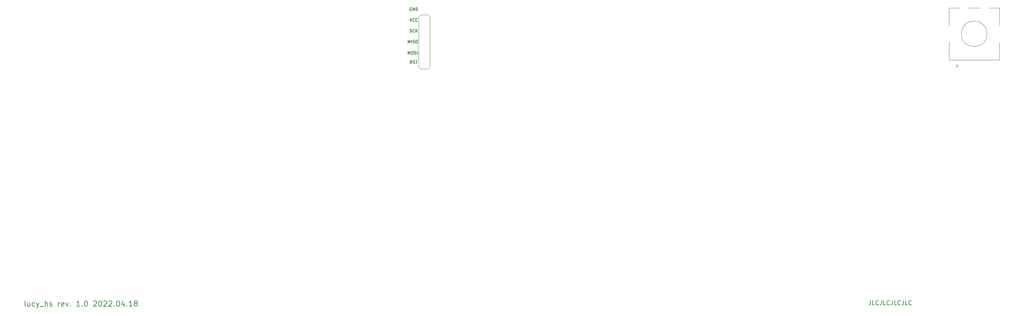
<source format=gto>
G04 #@! TF.GenerationSoftware,KiCad,Pcbnew,(6.0.1-0)*
G04 #@! TF.CreationDate,2022-04-18T13:14:10-05:00*
G04 #@! TF.ProjectId,pcb,7063622e-6b69-4636-9164-5f7063625858,rev?*
G04 #@! TF.SameCoordinates,Original*
G04 #@! TF.FileFunction,Legend,Top*
G04 #@! TF.FilePolarity,Positive*
%FSLAX46Y46*%
G04 Gerber Fmt 4.6, Leading zero omitted, Abs format (unit mm)*
G04 Created by KiCad (PCBNEW (6.0.1-0)) date 2022-04-18 13:14:10*
%MOMM*%
%LPD*%
G01*
G04 APERTURE LIST*
%ADD10C,0.150000*%
%ADD11C,0.200000*%
%ADD12C,0.120000*%
%ADD13C,3.000000*%
%ADD14C,1.750000*%
%ADD15C,3.987800*%
%ADD16R,2.000000X2.000000*%
%ADD17C,2.000000*%
%ADD18R,2.000000X3.200000*%
%ADD19C,3.800000*%
%ADD20O,1.700000X1.700000*%
%ADD21R,1.700000X1.700000*%
%ADD22C,0.650000*%
%ADD23O,1.300000X2.400000*%
%ADD24O,1.300000X1.900000*%
%ADD25C,1.700000*%
G04 APERTURE END LIST*
D10*
X296013577Y-115736694D02*
X296013577Y-116450980D01*
X295965958Y-116593837D01*
X295870720Y-116689075D01*
X295727863Y-116736694D01*
X295632625Y-116736694D01*
X296965958Y-116736694D02*
X296489767Y-116736694D01*
X296489767Y-115736694D01*
X297870720Y-116641456D02*
X297823101Y-116689075D01*
X297680244Y-116736694D01*
X297585005Y-116736694D01*
X297442148Y-116689075D01*
X297346910Y-116593837D01*
X297299291Y-116498599D01*
X297251672Y-116308123D01*
X297251672Y-116165266D01*
X297299291Y-115974790D01*
X297346910Y-115879552D01*
X297442148Y-115784314D01*
X297585005Y-115736694D01*
X297680244Y-115736694D01*
X297823101Y-115784314D01*
X297870720Y-115831933D01*
X298585005Y-115736694D02*
X298585005Y-116450980D01*
X298537386Y-116593837D01*
X298442148Y-116689075D01*
X298299291Y-116736694D01*
X298204053Y-116736694D01*
X299537386Y-116736694D02*
X299061196Y-116736694D01*
X299061196Y-115736694D01*
X300442148Y-116641456D02*
X300394529Y-116689075D01*
X300251672Y-116736694D01*
X300156434Y-116736694D01*
X300013577Y-116689075D01*
X299918339Y-116593837D01*
X299870720Y-116498599D01*
X299823101Y-116308123D01*
X299823101Y-116165266D01*
X299870720Y-115974790D01*
X299918339Y-115879552D01*
X300013577Y-115784314D01*
X300156434Y-115736694D01*
X300251672Y-115736694D01*
X300394529Y-115784314D01*
X300442148Y-115831933D01*
X301156434Y-115736694D02*
X301156434Y-116450980D01*
X301108815Y-116593837D01*
X301013577Y-116689075D01*
X300870720Y-116736694D01*
X300775482Y-116736694D01*
X302108815Y-116736694D02*
X301632625Y-116736694D01*
X301632625Y-115736694D01*
X303013577Y-116641456D02*
X302965958Y-116689075D01*
X302823101Y-116736694D01*
X302727863Y-116736694D01*
X302585005Y-116689075D01*
X302489767Y-116593837D01*
X302442148Y-116498599D01*
X302394529Y-116308123D01*
X302394529Y-116165266D01*
X302442148Y-115974790D01*
X302489767Y-115879552D01*
X302585005Y-115784314D01*
X302727863Y-115736694D01*
X302823101Y-115736694D01*
X302965958Y-115784314D01*
X303013577Y-115831933D01*
X303727863Y-115736694D02*
X303727863Y-116450980D01*
X303680244Y-116593837D01*
X303585005Y-116689075D01*
X303442148Y-116736694D01*
X303346910Y-116736694D01*
X304680244Y-116736694D02*
X304204053Y-116736694D01*
X304204053Y-115736694D01*
X305585005Y-116641456D02*
X305537386Y-116689075D01*
X305394529Y-116736694D01*
X305299291Y-116736694D01*
X305156434Y-116689075D01*
X305061196Y-116593837D01*
X305013577Y-116498599D01*
X304965958Y-116308123D01*
X304965958Y-116165266D01*
X305013577Y-115974790D01*
X305061196Y-115879552D01*
X305156434Y-115784314D01*
X305299291Y-115736694D01*
X305394529Y-115736694D01*
X305537386Y-115784314D01*
X305585005Y-115831933D01*
D11*
X98436451Y-117065476D02*
X98317403Y-117005952D01*
X98257880Y-116886904D01*
X98257880Y-115815476D01*
X99448356Y-116232142D02*
X99448356Y-117065476D01*
X98912641Y-116232142D02*
X98912641Y-116886904D01*
X98972165Y-117005952D01*
X99091213Y-117065476D01*
X99269784Y-117065476D01*
X99388832Y-117005952D01*
X99448356Y-116946428D01*
X100579308Y-117005952D02*
X100460260Y-117065476D01*
X100222165Y-117065476D01*
X100103118Y-117005952D01*
X100043594Y-116946428D01*
X99984070Y-116827380D01*
X99984070Y-116470238D01*
X100043594Y-116351190D01*
X100103118Y-116291666D01*
X100222165Y-116232142D01*
X100460260Y-116232142D01*
X100579308Y-116291666D01*
X100995975Y-116232142D02*
X101293594Y-117065476D01*
X101591213Y-116232142D02*
X101293594Y-117065476D01*
X101174546Y-117363095D01*
X101115022Y-117422619D01*
X100995975Y-117482142D01*
X101769784Y-117184523D02*
X102722165Y-117184523D01*
X103019784Y-117065476D02*
X103019784Y-115815476D01*
X103555499Y-117065476D02*
X103555499Y-116410714D01*
X103495975Y-116291666D01*
X103376927Y-116232142D01*
X103198356Y-116232142D01*
X103079308Y-116291666D01*
X103019784Y-116351190D01*
X104091213Y-117005952D02*
X104210260Y-117065476D01*
X104448356Y-117065476D01*
X104567403Y-117005952D01*
X104626927Y-116886904D01*
X104626927Y-116827380D01*
X104567403Y-116708333D01*
X104448356Y-116648809D01*
X104269784Y-116648809D01*
X104150737Y-116589285D01*
X104091213Y-116470238D01*
X104091213Y-116410714D01*
X104150737Y-116291666D01*
X104269784Y-116232142D01*
X104448356Y-116232142D01*
X104567403Y-116291666D01*
X106115022Y-117065476D02*
X106115022Y-116232142D01*
X106115022Y-116470238D02*
X106174546Y-116351190D01*
X106234070Y-116291666D01*
X106353118Y-116232142D01*
X106472165Y-116232142D01*
X107365022Y-117005952D02*
X107245975Y-117065476D01*
X107007880Y-117065476D01*
X106888832Y-117005952D01*
X106829308Y-116886904D01*
X106829308Y-116410714D01*
X106888832Y-116291666D01*
X107007880Y-116232142D01*
X107245975Y-116232142D01*
X107365022Y-116291666D01*
X107424546Y-116410714D01*
X107424546Y-116529761D01*
X106829308Y-116648809D01*
X107841213Y-116232142D02*
X108138832Y-117065476D01*
X108436451Y-116232142D01*
X108912641Y-116946428D02*
X108972165Y-117005952D01*
X108912641Y-117065476D01*
X108853118Y-117005952D01*
X108912641Y-116946428D01*
X108912641Y-117065476D01*
X111115022Y-117065476D02*
X110400737Y-117065476D01*
X110757880Y-117065476D02*
X110757880Y-115815476D01*
X110638832Y-115994047D01*
X110519784Y-116113095D01*
X110400737Y-116172619D01*
X111650737Y-116946428D02*
X111710260Y-117005952D01*
X111650737Y-117065476D01*
X111591213Y-117005952D01*
X111650737Y-116946428D01*
X111650737Y-117065476D01*
X112484070Y-115815476D02*
X112603118Y-115815476D01*
X112722165Y-115875000D01*
X112781689Y-115934523D01*
X112841213Y-116053571D01*
X112900737Y-116291666D01*
X112900737Y-116589285D01*
X112841213Y-116827380D01*
X112781689Y-116946428D01*
X112722165Y-117005952D01*
X112603118Y-117065476D01*
X112484070Y-117065476D01*
X112365022Y-117005952D01*
X112305499Y-116946428D01*
X112245975Y-116827380D01*
X112186451Y-116589285D01*
X112186451Y-116291666D01*
X112245975Y-116053571D01*
X112305499Y-115934523D01*
X112365022Y-115875000D01*
X112484070Y-115815476D01*
X114329308Y-115934523D02*
X114388832Y-115875000D01*
X114507880Y-115815476D01*
X114805499Y-115815476D01*
X114924546Y-115875000D01*
X114984070Y-115934523D01*
X115043594Y-116053571D01*
X115043594Y-116172619D01*
X114984070Y-116351190D01*
X114269784Y-117065476D01*
X115043594Y-117065476D01*
X115817403Y-115815476D02*
X115936451Y-115815476D01*
X116055499Y-115875000D01*
X116115022Y-115934523D01*
X116174546Y-116053571D01*
X116234070Y-116291666D01*
X116234070Y-116589285D01*
X116174546Y-116827380D01*
X116115022Y-116946428D01*
X116055499Y-117005952D01*
X115936451Y-117065476D01*
X115817403Y-117065476D01*
X115698356Y-117005952D01*
X115638832Y-116946428D01*
X115579308Y-116827380D01*
X115519784Y-116589285D01*
X115519784Y-116291666D01*
X115579308Y-116053571D01*
X115638832Y-115934523D01*
X115698356Y-115875000D01*
X115817403Y-115815476D01*
X116710260Y-115934523D02*
X116769784Y-115875000D01*
X116888832Y-115815476D01*
X117186451Y-115815476D01*
X117305499Y-115875000D01*
X117365022Y-115934523D01*
X117424546Y-116053571D01*
X117424546Y-116172619D01*
X117365022Y-116351190D01*
X116650737Y-117065476D01*
X117424546Y-117065476D01*
X117900737Y-115934523D02*
X117960260Y-115875000D01*
X118079308Y-115815476D01*
X118376927Y-115815476D01*
X118495975Y-115875000D01*
X118555499Y-115934523D01*
X118615022Y-116053571D01*
X118615022Y-116172619D01*
X118555499Y-116351190D01*
X117841213Y-117065476D01*
X118615022Y-117065476D01*
X119150737Y-116946428D02*
X119210260Y-117005952D01*
X119150737Y-117065476D01*
X119091213Y-117005952D01*
X119150737Y-116946428D01*
X119150737Y-117065476D01*
X119984070Y-115815476D02*
X120103118Y-115815476D01*
X120222165Y-115875000D01*
X120281689Y-115934523D01*
X120341213Y-116053571D01*
X120400737Y-116291666D01*
X120400737Y-116589285D01*
X120341213Y-116827380D01*
X120281689Y-116946428D01*
X120222165Y-117005952D01*
X120103118Y-117065476D01*
X119984070Y-117065476D01*
X119865022Y-117005952D01*
X119805499Y-116946428D01*
X119745975Y-116827380D01*
X119686451Y-116589285D01*
X119686451Y-116291666D01*
X119745975Y-116053571D01*
X119805499Y-115934523D01*
X119865022Y-115875000D01*
X119984070Y-115815476D01*
X121472165Y-116232142D02*
X121472165Y-117065476D01*
X121174546Y-115755952D02*
X120876927Y-116648809D01*
X121650737Y-116648809D01*
X122126927Y-116946428D02*
X122186451Y-117005952D01*
X122126927Y-117065476D01*
X122067403Y-117005952D01*
X122126927Y-116946428D01*
X122126927Y-117065476D01*
X123376927Y-117065476D02*
X122662641Y-117065476D01*
X123019784Y-117065476D02*
X123019784Y-115815476D01*
X122900737Y-115994047D01*
X122781689Y-116113095D01*
X122662641Y-116172619D01*
X124091213Y-116351190D02*
X123972165Y-116291666D01*
X123912641Y-116232142D01*
X123853118Y-116113095D01*
X123853118Y-116053571D01*
X123912641Y-115934523D01*
X123972165Y-115875000D01*
X124091213Y-115815476D01*
X124329308Y-115815476D01*
X124448356Y-115875000D01*
X124507880Y-115934523D01*
X124567403Y-116053571D01*
X124567403Y-116113095D01*
X124507880Y-116232142D01*
X124448356Y-116291666D01*
X124329308Y-116351190D01*
X124091213Y-116351190D01*
X123972165Y-116410714D01*
X123912641Y-116470238D01*
X123853118Y-116589285D01*
X123853118Y-116827380D01*
X123912641Y-116946428D01*
X123972165Y-117005952D01*
X124091213Y-117065476D01*
X124329308Y-117065476D01*
X124448356Y-117005952D01*
X124507880Y-116946428D01*
X124567403Y-116827380D01*
X124567403Y-116589285D01*
X124507880Y-116470238D01*
X124448356Y-116410714D01*
X124329308Y-116351190D01*
D10*
X187840225Y-57960616D02*
X187840225Y-57260616D01*
X188073558Y-57760616D01*
X188306891Y-57260616D01*
X188306891Y-57960616D01*
X188773558Y-57260616D02*
X188906891Y-57260616D01*
X188973558Y-57293950D01*
X189040225Y-57360616D01*
X189073558Y-57493950D01*
X189073558Y-57727283D01*
X189040225Y-57860616D01*
X188973558Y-57927283D01*
X188906891Y-57960616D01*
X188773558Y-57960616D01*
X188706891Y-57927283D01*
X188640225Y-57860616D01*
X188606891Y-57727283D01*
X188606891Y-57493950D01*
X188640225Y-57360616D01*
X188706891Y-57293950D01*
X188773558Y-57260616D01*
X189340225Y-57927283D02*
X189440225Y-57960616D01*
X189606891Y-57960616D01*
X189673558Y-57927283D01*
X189706891Y-57893950D01*
X189740225Y-57827283D01*
X189740225Y-57760616D01*
X189706891Y-57693950D01*
X189673558Y-57660616D01*
X189606891Y-57627283D01*
X189473558Y-57593950D01*
X189406891Y-57560616D01*
X189373558Y-57527283D01*
X189340225Y-57460616D01*
X189340225Y-57393950D01*
X189373558Y-57327283D01*
X189406891Y-57293950D01*
X189473558Y-57260616D01*
X189640225Y-57260616D01*
X189740225Y-57293950D01*
X190040225Y-57960616D02*
X190040225Y-57260616D01*
X187840225Y-55378112D02*
X187840225Y-54678112D01*
X188073558Y-55178112D01*
X188306891Y-54678112D01*
X188306891Y-55378112D01*
X188640225Y-55378112D02*
X188640225Y-54678112D01*
X188940225Y-55344779D02*
X189040225Y-55378112D01*
X189206891Y-55378112D01*
X189273558Y-55344779D01*
X189306891Y-55311446D01*
X189340225Y-55244779D01*
X189340225Y-55178112D01*
X189306891Y-55111446D01*
X189273558Y-55078112D01*
X189206891Y-55044779D01*
X189073558Y-55011446D01*
X189006891Y-54978112D01*
X188973558Y-54944779D01*
X188940225Y-54878112D01*
X188940225Y-54811446D01*
X188973558Y-54744779D01*
X189006891Y-54711446D01*
X189073558Y-54678112D01*
X189240225Y-54678112D01*
X189340225Y-54711446D01*
X189773558Y-54678112D02*
X189906891Y-54678112D01*
X189973558Y-54711446D01*
X190040225Y-54778112D01*
X190073558Y-54911446D01*
X190073558Y-55144779D01*
X190040225Y-55278112D01*
X189973558Y-55344779D01*
X189906891Y-55378112D01*
X189773558Y-55378112D01*
X189706891Y-55344779D01*
X189640225Y-55278112D01*
X189606891Y-55144779D01*
X189606891Y-54911446D01*
X189640225Y-54778112D01*
X189706891Y-54711446D01*
X189773558Y-54678112D01*
X188290225Y-52807283D02*
X188390225Y-52840616D01*
X188556891Y-52840616D01*
X188623558Y-52807283D01*
X188656891Y-52773950D01*
X188690225Y-52707283D01*
X188690225Y-52640616D01*
X188656891Y-52573950D01*
X188623558Y-52540616D01*
X188556891Y-52507283D01*
X188423558Y-52473950D01*
X188356891Y-52440616D01*
X188323558Y-52407283D01*
X188290225Y-52340616D01*
X188290225Y-52273950D01*
X188323558Y-52207283D01*
X188356891Y-52173950D01*
X188423558Y-52140616D01*
X188590225Y-52140616D01*
X188690225Y-52173950D01*
X189390225Y-52773950D02*
X189356891Y-52807283D01*
X189256891Y-52840616D01*
X189190225Y-52840616D01*
X189090225Y-52807283D01*
X189023558Y-52740616D01*
X188990225Y-52673950D01*
X188956891Y-52540616D01*
X188956891Y-52440616D01*
X188990225Y-52307283D01*
X189023558Y-52240616D01*
X189090225Y-52173950D01*
X189190225Y-52140616D01*
X189256891Y-52140616D01*
X189356891Y-52173950D01*
X189390225Y-52207283D01*
X189690225Y-52840616D02*
X189690225Y-52140616D01*
X190090225Y-52840616D02*
X189790225Y-52440616D01*
X190090225Y-52140616D02*
X189690225Y-52540616D01*
X188631979Y-47093950D02*
X188565313Y-47060616D01*
X188465313Y-47060616D01*
X188365313Y-47093950D01*
X188298646Y-47160616D01*
X188265313Y-47227283D01*
X188231979Y-47360616D01*
X188231979Y-47460616D01*
X188265313Y-47593950D01*
X188298646Y-47660616D01*
X188365313Y-47727283D01*
X188465313Y-47760616D01*
X188531979Y-47760616D01*
X188631979Y-47727283D01*
X188665313Y-47693950D01*
X188665313Y-47460616D01*
X188531979Y-47460616D01*
X188965313Y-47760616D02*
X188965313Y-47060616D01*
X189365313Y-47760616D01*
X189365313Y-47060616D01*
X189698646Y-47760616D02*
X189698646Y-47060616D01*
X189865313Y-47060616D01*
X189965313Y-47093950D01*
X190031979Y-47160616D01*
X190065313Y-47227283D01*
X190098646Y-47360616D01*
X190098646Y-47460616D01*
X190065313Y-47593950D01*
X190031979Y-47660616D01*
X189965313Y-47727283D01*
X189865313Y-47760616D01*
X189698646Y-47760616D01*
X188256891Y-49600616D02*
X188490225Y-50300616D01*
X188723558Y-49600616D01*
X189356891Y-50233950D02*
X189323558Y-50267283D01*
X189223558Y-50300616D01*
X189156891Y-50300616D01*
X189056891Y-50267283D01*
X188990225Y-50200616D01*
X188956891Y-50133950D01*
X188923558Y-50000616D01*
X188923558Y-49900616D01*
X188956891Y-49767283D01*
X188990225Y-49700616D01*
X189056891Y-49633950D01*
X189156891Y-49600616D01*
X189223558Y-49600616D01*
X189323558Y-49633950D01*
X189356891Y-49667283D01*
X190056891Y-50233950D02*
X190023558Y-50267283D01*
X189923558Y-50300616D01*
X189856891Y-50300616D01*
X189756891Y-50267283D01*
X189690225Y-50200616D01*
X189656891Y-50133950D01*
X189623558Y-50000616D01*
X189623558Y-49900616D01*
X189656891Y-49767283D01*
X189690225Y-49700616D01*
X189756891Y-49633950D01*
X189856891Y-49600616D01*
X189923558Y-49600616D01*
X190023558Y-49633950D01*
X190056891Y-49667283D01*
X188756891Y-60178112D02*
X188523558Y-59844779D01*
X188356891Y-60178112D02*
X188356891Y-59478112D01*
X188623558Y-59478112D01*
X188690225Y-59511446D01*
X188723558Y-59544779D01*
X188756891Y-59611446D01*
X188756891Y-59711446D01*
X188723558Y-59778112D01*
X188690225Y-59811446D01*
X188623558Y-59844779D01*
X188356891Y-59844779D01*
X189023558Y-60144779D02*
X189123558Y-60178112D01*
X189290225Y-60178112D01*
X189356891Y-60144779D01*
X189390225Y-60111446D01*
X189423558Y-60044779D01*
X189423558Y-59978112D01*
X189390225Y-59911446D01*
X189356891Y-59878112D01*
X189290225Y-59844779D01*
X189156891Y-59811446D01*
X189090225Y-59778112D01*
X189056891Y-59744779D01*
X189023558Y-59678112D01*
X189023558Y-59611446D01*
X189056891Y-59544779D01*
X189090225Y-59511446D01*
X189156891Y-59478112D01*
X189323558Y-59478112D01*
X189423558Y-59511446D01*
X189623558Y-59478112D02*
X190023558Y-59478112D01*
X189823558Y-60178112D02*
X189823558Y-59478112D01*
D12*
X314352725Y-55193950D02*
X314352725Y-59293950D01*
X316152725Y-60393950D02*
X316452725Y-60693950D01*
X318952725Y-47093950D02*
X321552725Y-47093950D01*
X316452725Y-60693950D02*
X316152725Y-60993950D01*
X326152725Y-55193950D02*
X326152725Y-59293950D01*
X326152725Y-47093950D02*
X326152725Y-51193950D01*
X314352725Y-47093950D02*
X316752725Y-47093950D01*
X323752725Y-47093950D02*
X326152725Y-47093950D01*
X314352725Y-51193950D02*
X314352725Y-47093950D01*
X314352725Y-59293950D02*
X326152725Y-59293950D01*
X316152725Y-60993950D02*
X316152725Y-60393950D01*
X323252725Y-53193950D02*
G75*
G03*
X323252725Y-53193950I-3000000J0D01*
G01*
X190865313Y-48713950D02*
X190335313Y-49243950D01*
X192465313Y-48713950D02*
X192995313Y-49143950D01*
X192465313Y-61473950D02*
X190865313Y-61473950D01*
X192995313Y-49143950D02*
X192995313Y-60943950D01*
X192465313Y-61473950D02*
X192995313Y-60943950D01*
X190865313Y-48713950D02*
X192465313Y-48713950D01*
X190865313Y-61473950D02*
X190335313Y-60943950D01*
X190335313Y-60943950D02*
X190335313Y-49243950D01*
%LPC*%
D13*
X121180225Y-50653950D03*
D14*
X119910225Y-53193950D03*
D15*
X124990225Y-53193950D03*
D13*
X127530225Y-48113950D03*
D14*
X130070225Y-53193950D03*
X206270225Y-53193950D03*
D13*
X203730225Y-48113950D03*
X197380225Y-50653950D03*
D14*
X196110225Y-53193950D03*
D15*
X201190225Y-53193950D03*
D14*
X187220225Y-53193950D03*
D13*
X178330225Y-50653950D03*
X184680225Y-48113950D03*
D14*
X177060225Y-53193950D03*
D15*
X182140225Y-53193950D03*
D14*
X168170225Y-53193950D03*
D15*
X163090225Y-53193950D03*
D13*
X165630225Y-48113950D03*
X159280225Y-50653950D03*
D14*
X158010225Y-53193950D03*
X81810225Y-53193950D03*
D15*
X86890225Y-53193950D03*
D13*
X83080225Y-50653950D03*
X89430225Y-48113950D03*
D14*
X91970225Y-53193950D03*
X225320225Y-53193950D03*
D13*
X222780225Y-48113950D03*
D15*
X220240225Y-53193950D03*
D14*
X215160225Y-53193950D03*
D13*
X216430225Y-50653950D03*
D14*
X244370225Y-53193950D03*
D13*
X235480225Y-50653950D03*
X241830225Y-48113950D03*
D14*
X234210225Y-53193950D03*
D15*
X239290225Y-53193950D03*
D14*
X91970225Y-72243950D03*
D15*
X86890225Y-72243950D03*
D13*
X83080225Y-69703950D03*
D14*
X81810225Y-72243950D03*
D13*
X89430225Y-67163950D03*
D14*
X111020225Y-72243950D03*
D13*
X102130225Y-69703950D03*
D14*
X100860225Y-72243950D03*
D13*
X108480225Y-67163950D03*
D15*
X105940225Y-72243950D03*
X144045399Y-72243950D03*
D13*
X146585399Y-67163950D03*
D14*
X138965399Y-72243950D03*
X149125399Y-72243950D03*
D13*
X140235399Y-69703950D03*
X273580225Y-50653950D03*
D15*
X277390225Y-53193950D03*
D13*
X279930225Y-48113950D03*
D14*
X272310225Y-53193950D03*
X282470225Y-53193950D03*
D13*
X165630225Y-67163950D03*
X159280225Y-69703950D03*
D14*
X168170225Y-72243950D03*
X158010225Y-72243950D03*
D15*
X163090225Y-72243950D03*
D14*
X187220225Y-72243950D03*
D15*
X182140225Y-72243950D03*
D14*
X177060225Y-72243950D03*
D13*
X184680225Y-67163950D03*
X178330225Y-69703950D03*
D14*
X196110225Y-72243950D03*
D15*
X201190225Y-72243950D03*
D13*
X203730225Y-67163950D03*
D14*
X206270225Y-72243950D03*
D13*
X197380225Y-69703950D03*
D14*
X111020225Y-110343950D03*
D15*
X105940225Y-110343950D03*
D14*
X100860225Y-110343950D03*
D13*
X108480225Y-105263950D03*
X102130225Y-107803950D03*
D14*
X119910225Y-110343950D03*
D13*
X127530225Y-105263950D03*
D14*
X130070225Y-110343950D03*
D15*
X124990225Y-110343950D03*
D13*
X121180225Y-107803950D03*
X140230225Y-107803950D03*
X146580225Y-105263950D03*
D15*
X144040225Y-110343950D03*
D14*
X149120225Y-110343950D03*
X138960225Y-110343950D03*
D13*
X159280225Y-107803950D03*
D14*
X168170225Y-110343950D03*
D13*
X165630225Y-105263950D03*
D14*
X158010225Y-110343950D03*
D15*
X163090225Y-110343950D03*
X182140225Y-110343950D03*
D14*
X187220225Y-110343950D03*
D13*
X178330225Y-107803950D03*
X184680225Y-105263950D03*
D14*
X177060225Y-110343950D03*
D15*
X220240225Y-110343950D03*
D14*
X225320225Y-110343950D03*
D13*
X222780225Y-105263950D03*
D14*
X215160225Y-110343950D03*
D13*
X216430225Y-107803950D03*
X241830225Y-105263950D03*
X235480225Y-107803950D03*
D14*
X244370225Y-110343950D03*
X234210225Y-110343950D03*
D15*
X239290225Y-110343950D03*
D14*
X253260225Y-110343950D03*
D13*
X254530225Y-107803950D03*
X260880225Y-105263950D03*
D14*
X263420225Y-110343950D03*
D15*
X258340225Y-110343950D03*
D13*
X279930225Y-105263950D03*
D15*
X277390225Y-110343950D03*
D14*
X282470225Y-110343950D03*
X272310225Y-110343950D03*
D13*
X273580225Y-107803950D03*
D14*
X196110225Y-110343950D03*
X206270225Y-110343950D03*
D13*
X203730225Y-105263950D03*
D15*
X201190225Y-110343950D03*
D13*
X197380225Y-107803950D03*
X279930225Y-86213950D03*
D15*
X277390225Y-91293950D03*
D13*
X273580225Y-88753950D03*
D14*
X272310225Y-91293950D03*
X282470225Y-91293950D03*
X253260225Y-91293950D03*
D13*
X260880225Y-86213950D03*
D15*
X258340225Y-91293950D03*
D13*
X254530225Y-88753950D03*
D14*
X263420225Y-91293950D03*
D13*
X216430225Y-88753950D03*
D14*
X215160225Y-91293950D03*
D13*
X222780225Y-86213950D03*
D14*
X225320225Y-91293950D03*
D15*
X220240225Y-91293950D03*
D14*
X187220225Y-91293950D03*
X177060225Y-91293950D03*
D15*
X182140225Y-91293950D03*
D13*
X184680225Y-86213950D03*
X178330225Y-88753950D03*
D14*
X138960225Y-91293950D03*
D13*
X146580225Y-86213950D03*
D14*
X149120225Y-91293950D03*
D15*
X144040225Y-91293950D03*
D13*
X140230225Y-88753950D03*
X83080225Y-88753950D03*
X89430225Y-86213950D03*
D14*
X91970225Y-91293950D03*
X81810225Y-91293950D03*
D15*
X86890225Y-91293950D03*
D14*
X158010225Y-91293950D03*
D13*
X159280225Y-88753950D03*
X165630225Y-86213950D03*
D14*
X168170225Y-91293950D03*
D15*
X163090225Y-91293950D03*
D13*
X298980225Y-67163950D03*
D14*
X301520225Y-72243950D03*
D13*
X292630225Y-69703950D03*
D14*
X291360225Y-72243950D03*
D15*
X296440225Y-72243950D03*
D13*
X127530225Y-86213950D03*
D14*
X130070225Y-91293950D03*
D13*
X121180225Y-88753950D03*
D14*
X119910225Y-91293950D03*
D15*
X124990225Y-91293950D03*
X105940225Y-91293950D03*
D14*
X111020225Y-91293950D03*
D13*
X108480225Y-86213950D03*
X102130225Y-88753950D03*
D14*
X100860225Y-91293950D03*
X263420225Y-72243950D03*
D13*
X260880225Y-67163950D03*
D15*
X258340225Y-72243950D03*
D13*
X254530225Y-69703950D03*
D14*
X253260225Y-72243950D03*
X234210225Y-72243950D03*
D13*
X241830225Y-67163950D03*
D15*
X239290225Y-72243950D03*
D13*
X235480225Y-69703950D03*
D14*
X244370225Y-72243950D03*
D13*
X273580225Y-69703950D03*
D15*
X277390225Y-72243950D03*
D14*
X282470225Y-72243950D03*
D13*
X279930225Y-67163950D03*
D14*
X272310225Y-72243950D03*
D13*
X298980225Y-105263950D03*
D14*
X291360225Y-110343950D03*
D15*
X296440225Y-110343950D03*
D14*
X301520225Y-110343950D03*
D13*
X292630225Y-107803950D03*
X298980225Y-86213950D03*
X292630225Y-88753950D03*
D15*
X296440225Y-91293950D03*
D14*
X301520225Y-91293950D03*
X291360225Y-91293950D03*
D13*
X292630225Y-50653950D03*
D15*
X296440225Y-53193950D03*
D14*
X301520225Y-53193950D03*
X291360225Y-53193950D03*
D13*
X298980225Y-48113950D03*
D16*
X317752725Y-60693950D03*
D17*
X322752725Y-60693950D03*
X320252725Y-60693950D03*
D18*
X314652725Y-53193950D03*
X325852725Y-53193950D03*
D17*
X322752725Y-46193950D03*
X317752725Y-46193950D03*
D13*
X108480225Y-48113950D03*
X102130225Y-50653950D03*
D14*
X111020225Y-53193950D03*
X100860225Y-53193950D03*
D15*
X105940225Y-53193950D03*
X144040225Y-53193950D03*
D14*
X149120225Y-53193950D03*
D13*
X140230225Y-50653950D03*
D14*
X138960225Y-53193950D03*
D13*
X146580225Y-48113950D03*
D15*
X320252785Y-110344230D03*
D13*
X322792785Y-105264230D03*
D14*
X315172785Y-110344230D03*
X325332785Y-110344230D03*
D13*
X316442785Y-107804230D03*
D14*
X315172785Y-72244070D03*
D13*
X316442785Y-69704070D03*
X322792785Y-67164070D03*
D14*
X325332785Y-72244070D03*
D15*
X320252785Y-72244070D03*
D13*
X316442785Y-88754150D03*
X322792785Y-86214150D03*
D14*
X325332785Y-91294150D03*
D15*
X320252785Y-91294150D03*
D14*
X315172785Y-91294150D03*
D15*
X201190225Y-91293950D03*
D13*
X203730225Y-86213950D03*
D14*
X206270225Y-91293950D03*
X196110225Y-91293950D03*
D13*
X197380225Y-88753950D03*
X241830225Y-86213950D03*
D14*
X244370225Y-91293950D03*
D15*
X239290225Y-91293950D03*
D14*
X234210225Y-91293950D03*
D13*
X235480225Y-88753950D03*
D14*
X91970225Y-110343950D03*
D13*
X89430225Y-105263950D03*
D14*
X81810225Y-110343950D03*
D13*
X83080225Y-107803950D03*
D15*
X86890225Y-110343950D03*
D13*
X254530225Y-50653950D03*
X260880225Y-48113950D03*
D14*
X253260225Y-53193950D03*
D15*
X258340225Y-53193950D03*
D14*
X263420225Y-53193950D03*
D13*
X121180225Y-69703950D03*
X127530225Y-67163950D03*
D14*
X119910225Y-72243950D03*
D15*
X124990225Y-72243950D03*
D14*
X130070225Y-72243950D03*
X215160225Y-72243950D03*
D15*
X220240225Y-72243950D03*
D13*
X222780225Y-67163950D03*
D14*
X225320225Y-72243950D03*
D13*
X216430225Y-69703950D03*
D19*
X308346661Y-53193950D03*
D20*
X191665313Y-60143950D03*
X191665313Y-49983950D03*
X191665313Y-55063950D03*
X191665313Y-57603950D03*
X191665313Y-52523950D03*
D21*
X191665313Y-47443950D03*
D22*
X93525217Y-42765450D03*
X99305217Y-42765450D03*
D23*
X92115217Y-43316450D03*
X100715217Y-43316450D03*
D24*
X100715217Y-39116450D03*
X92115217Y-39116450D03*
D25*
X308390225Y-67843950D03*
X308390225Y-70383950D03*
X308390225Y-72923950D03*
X308390225Y-65303950D03*
X308390225Y-62763950D03*
M02*

</source>
